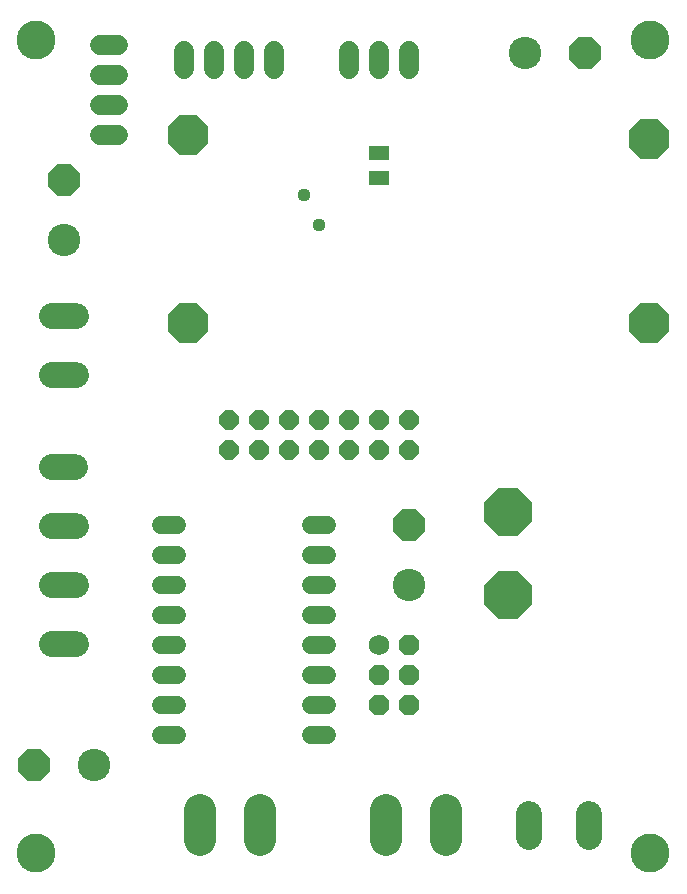
<source format=gts>
G75*
G70*
%OFA0B0*%
%FSLAX24Y24*%
%IPPOS*%
%LPD*%
%AMOC8*
5,1,8,0,0,1.08239X$1,22.5*
%
%ADD10C,0.1300*%
%ADD11C,0.0680*%
%ADD12C,0.0600*%
%ADD13C,0.0860*%
%ADD14C,0.0680*%
%ADD15OC8,0.0680*%
%ADD16OC8,0.0640*%
%ADD17C,0.1080*%
%ADD18C,0.1080*%
%ADD19OC8,0.1080*%
%ADD20OC8,0.1330*%
%ADD21R,0.0710X0.0491*%
%ADD22OC8,0.1580*%
%ADD23C,0.0437*%
D10*
X003036Y002771D03*
X023509Y002771D03*
X023509Y029866D03*
X003036Y029866D03*
D11*
X005161Y029697D02*
X005761Y029697D01*
X005761Y028697D02*
X005161Y028697D01*
X005161Y027697D02*
X005761Y027697D01*
X005761Y026697D02*
X005161Y026697D01*
X007961Y028897D02*
X007961Y029497D01*
X008961Y029497D02*
X008961Y028897D01*
X009961Y028897D02*
X009961Y029497D01*
X010961Y029497D02*
X010961Y028897D01*
X013461Y028897D02*
X013461Y029497D01*
X014461Y029497D02*
X014461Y028897D01*
X015461Y028897D02*
X015461Y029497D01*
D12*
X012721Y013697D02*
X012201Y013697D01*
X012201Y012697D02*
X012721Y012697D01*
X012721Y011697D02*
X012201Y011697D01*
X012201Y010697D02*
X012721Y010697D01*
X012721Y009697D02*
X012201Y009697D01*
X012201Y008697D02*
X012721Y008697D01*
X012721Y007697D02*
X012201Y007697D01*
X012201Y006697D02*
X012721Y006697D01*
X007721Y006697D02*
X007201Y006697D01*
X007201Y007697D02*
X007721Y007697D01*
X007721Y008697D02*
X007201Y008697D01*
X007201Y009697D02*
X007721Y009697D01*
X007721Y010697D02*
X007201Y010697D01*
X007201Y011697D02*
X007721Y011697D01*
X007721Y012697D02*
X007201Y012697D01*
X007201Y013697D02*
X007721Y013697D01*
D13*
X004350Y013687D02*
X003570Y013686D01*
X003566Y015646D02*
X004346Y015647D01*
X004351Y018717D02*
X003571Y018717D01*
X003571Y020687D02*
X004351Y020687D01*
X004353Y011707D02*
X003573Y011706D01*
X003577Y009746D02*
X004356Y009747D01*
X019481Y004087D02*
X019481Y003307D01*
X021451Y003307D02*
X021451Y004087D01*
D14*
X014461Y009697D03*
D15*
X014461Y008697D03*
X014461Y007697D03*
X015461Y007697D03*
X015461Y008697D03*
X015461Y009697D03*
D16*
X015461Y016197D03*
X015461Y017197D03*
X014461Y017197D03*
X014461Y016197D03*
X013461Y016197D03*
X013461Y017197D03*
X012461Y017197D03*
X012461Y016197D03*
X011461Y016197D03*
X011461Y017197D03*
X010461Y017197D03*
X010461Y016197D03*
X009461Y016197D03*
X009461Y017197D03*
D17*
X008486Y004197D02*
X008486Y003197D01*
X010486Y003197D02*
X010486Y004197D01*
X014686Y004197D02*
X014686Y003197D01*
X016686Y003197D02*
X016686Y004197D01*
D18*
X015461Y011697D03*
X004961Y005697D03*
X003961Y023197D03*
X019336Y029447D03*
D19*
X021336Y029447D03*
X015461Y013697D03*
X003961Y025197D03*
X002961Y005697D03*
D20*
X008086Y020447D03*
X008086Y026697D03*
X023461Y026572D03*
X023461Y020447D03*
D21*
X014461Y025284D03*
X014461Y026109D03*
D22*
X018774Y014134D03*
X018774Y011384D03*
D23*
X012461Y023697D03*
X011961Y024697D03*
M02*

</source>
